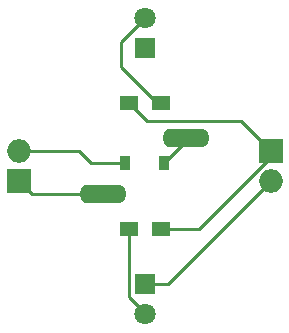
<source format=gbr>
%TF.GenerationSoftware,KiCad,Pcbnew,(5.1.10)-1*%
%TF.CreationDate,2021-07-05T16:14:48-04:00*%
%TF.ProjectId,button_mount,62757474-6f6e-45f6-9d6f-756e742e6b69,rev?*%
%TF.SameCoordinates,Original*%
%TF.FileFunction,Copper,L2,Bot*%
%TF.FilePolarity,Positive*%
%FSLAX46Y46*%
G04 Gerber Fmt 4.6, Leading zero omitted, Abs format (unit mm)*
G04 Created by KiCad (PCBNEW (5.1.10)-1) date 2021-07-05 16:14:48*
%MOMM*%
%LPD*%
G01*
G04 APERTURE LIST*
%TA.AperFunction,ComponentPad*%
%ADD10O,1.998980X1.998980*%
%TD*%
%TA.AperFunction,ComponentPad*%
%ADD11R,1.998980X1.998980*%
%TD*%
%TA.AperFunction,ComponentPad*%
%ADD12O,4.000000X1.600000*%
%TD*%
%TA.AperFunction,SMDPad,CuDef*%
%ADD13R,1.500000X1.300000*%
%TD*%
%TA.AperFunction,ComponentPad*%
%ADD14R,1.800000X1.800000*%
%TD*%
%TA.AperFunction,ComponentPad*%
%ADD15C,1.800000*%
%TD*%
%TA.AperFunction,SMDPad,CuDef*%
%ADD16R,0.900000X1.200000*%
%TD*%
%TA.AperFunction,Conductor*%
%ADD17C,0.250000*%
%TD*%
G04 APERTURE END LIST*
D10*
%TO.P,J2,2*%
%TO.N,/LED_K*%
X128524000Y-90170000D03*
D11*
%TO.P,J2,1*%
%TO.N,/LED_A*%
X128524000Y-87630000D03*
%TD*%
D12*
%TO.P,SW1,2*%
%TO.N,/ROW_IN*%
X114356000Y-91281250D03*
%TO.P,SW1,1*%
%TO.N,Net-(D1-Pad2)*%
X121356000Y-86518750D03*
%TD*%
D13*
%TO.P,R2,1*%
%TO.N,/LED_A*%
X119206000Y-94234000D03*
%TO.P,R2,2*%
%TO.N,Net-(D3-Pad2)*%
X116506000Y-94234000D03*
%TD*%
%TO.P,R1,1*%
%TO.N,/LED_A*%
X116506000Y-83566000D03*
%TO.P,R1,2*%
%TO.N,Net-(D2-Pad2)*%
X119206000Y-83566000D03*
%TD*%
D10*
%TO.P,J1,2*%
%TO.N,/COL_OUT*%
X107188000Y-87630000D03*
D11*
%TO.P,J1,1*%
%TO.N,/ROW_IN*%
X107188000Y-90170000D03*
%TD*%
D14*
%TO.P,D3,1*%
%TO.N,/LED_K*%
X117856000Y-98907600D03*
D15*
%TO.P,D3,2*%
%TO.N,Net-(D3-Pad2)*%
X117856000Y-101447600D03*
%TD*%
D14*
%TO.P,D2,1*%
%TO.N,/LED_K*%
X117856000Y-78892400D03*
D15*
%TO.P,D2,2*%
%TO.N,Net-(D2-Pad2)*%
X117856000Y-76352400D03*
%TD*%
D16*
%TO.P,D1,1*%
%TO.N,/COL_OUT*%
X116206000Y-88646000D03*
%TO.P,D1,2*%
%TO.N,Net-(D1-Pad2)*%
X119506000Y-88646000D03*
%TD*%
D17*
%TO.N,/COL_OUT*%
X113284000Y-88646000D02*
X116206000Y-88646000D01*
X112268000Y-87630000D02*
X113284000Y-88646000D01*
X107188000Y-87630000D02*
X112268000Y-87630000D01*
%TO.N,Net-(D1-Pad2)*%
X121356000Y-86796000D02*
X119506000Y-88646000D01*
X121356000Y-86518750D02*
X121356000Y-86796000D01*
%TO.N,/LED_K*%
X119786400Y-98907600D02*
X117856000Y-98907600D01*
X128524000Y-90170000D02*
X119786400Y-98907600D01*
%TO.N,Net-(D2-Pad2)*%
X115824000Y-78384400D02*
X117856000Y-76352400D01*
X115824000Y-80518000D02*
X115824000Y-78384400D01*
X118872000Y-83566000D02*
X115824000Y-80518000D01*
X119206000Y-83566000D02*
X118872000Y-83566000D01*
%TO.N,Net-(D3-Pad2)*%
X117856000Y-101292602D02*
X117856000Y-101447600D01*
X116506000Y-99942602D02*
X117856000Y-101292602D01*
X116506000Y-94234000D02*
X116506000Y-99942602D01*
%TO.N,/ROW_IN*%
X108299250Y-91281250D02*
X107188000Y-90170000D01*
X114356000Y-91281250D02*
X108299250Y-91281250D01*
%TO.N,/LED_A*%
X116506000Y-83566000D02*
X118030000Y-85090000D01*
X128270000Y-87630000D02*
X128524000Y-87630000D01*
X125984000Y-85090000D02*
X128524000Y-87630000D01*
X118030000Y-85090000D02*
X125984000Y-85090000D01*
X128524000Y-87630000D02*
X128524000Y-88138000D01*
X122428000Y-94234000D02*
X121666000Y-94234000D01*
X128524000Y-88138000D02*
X122428000Y-94234000D01*
X121666000Y-94234000D02*
X121920000Y-94234000D01*
X119206000Y-94234000D02*
X121666000Y-94234000D01*
%TD*%
M02*

</source>
